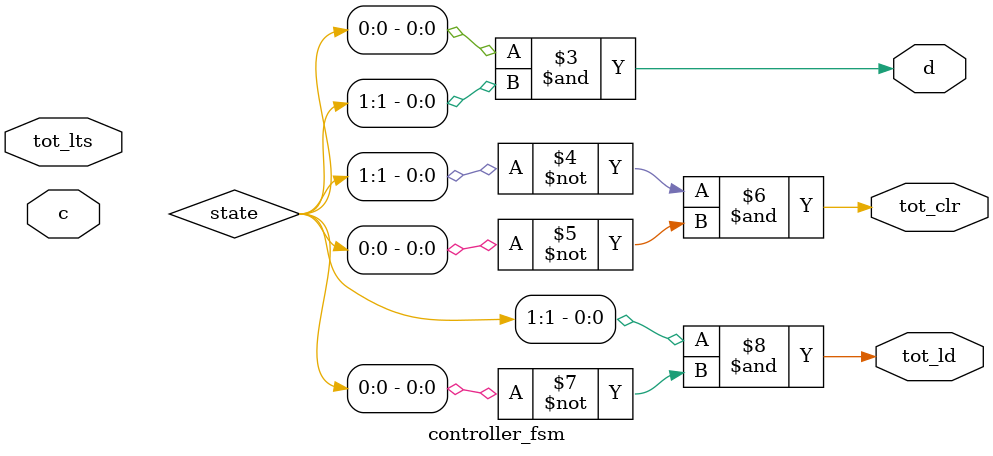
<source format=v>


module controller_fsm
(input	c, tot_lts,
	output tot_clr, tot_ld, d);

	// Declare state register
	reg		[1:0] state;

	// Declare states
	parameter init = 2'b00, waits = 2'b01, add = 2'b10, disp = 2'b11;

	// Determine the next state synchronously, based on the
	// current state and the input
	initial begin
	   state = init;
	end
	
	always @ (c or tot_lts) begin
		case (state)
			init:
				begin
					state <= waits;
				end
			waits:
				if (c)
				begin
					state <= add;
				end
				else if (~tot_lts) begin
					state <= disp;
				end
				else
				begin
					state <= waits;
				end
			add:
				
				begin
				    
					state <= waits;
				end
				
			disp:
				begin
					state <= init;
				end
		endcase
	end

	assign d = state[0] & state[1];
	assign tot_clr = ~state[1] & ~state[0];
	assign tot_ld =state[1] & ~state[0];

endmodule
</source>
